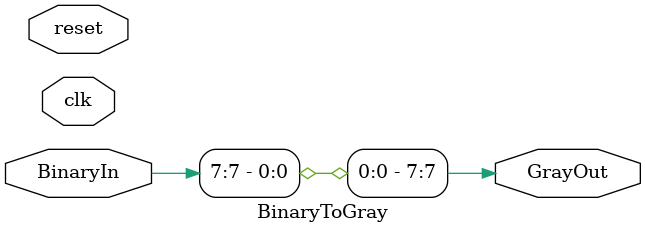
<source format=sv>
module BinaryToGray(clk, reset, BinaryIn, GrayOut);

input  logic	clk, reset;
input  logic	[7:0] BinaryIn;
output logic	[7:0] GrayOut;

assign GrayOut[7] = BinaryIn[7];

generate
genvar i;
	for(i=0; i<=6; i=i+1)
		begin
		assign GrayOutt[i] = BinaryIn[i+1] ^ BinaryIn[i];
		end
endgenerate

endmodule
</source>
